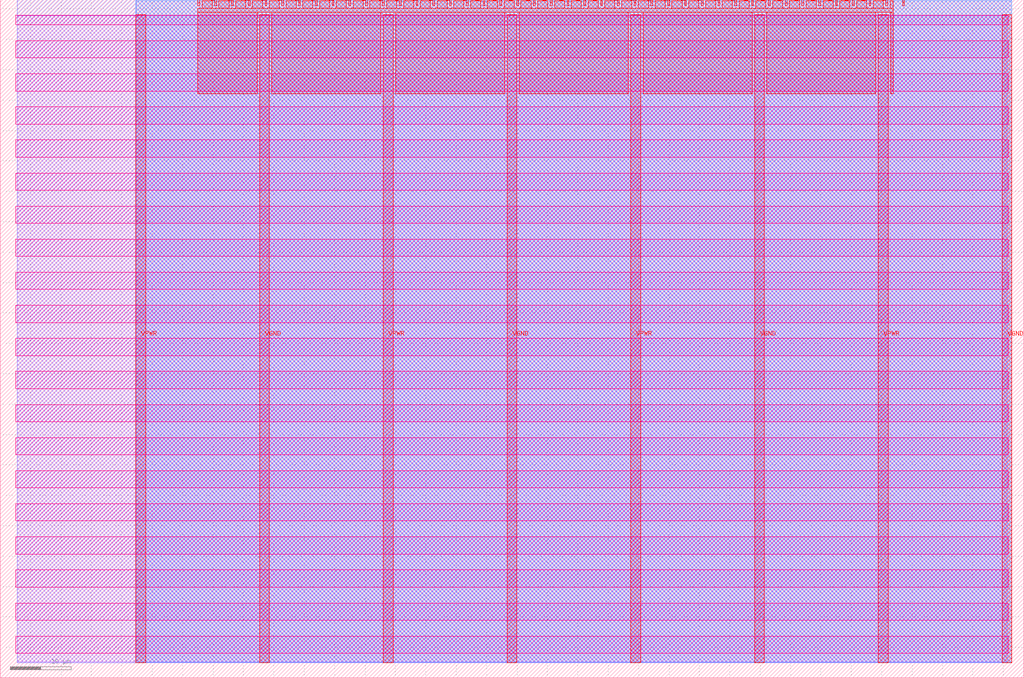
<source format=lef>
VERSION 5.7 ;
  NOWIREEXTENSIONATPIN ON ;
  DIVIDERCHAR "/" ;
  BUSBITCHARS "[]" ;
MACRO tt_um_njzhu_uart
  CLASS BLOCK ;
  FOREIGN tt_um_njzhu_uart ;
  ORIGIN 0.000 0.000 ;
  SIZE 168.360 BY 111.520 ;
  PIN VGND
    DIRECTION INOUT ;
    USE GROUND ;
    PORT
      LAYER met4 ;
        RECT 42.670 2.480 44.270 109.040 ;
    END
    PORT
      LAYER met4 ;
        RECT 83.380 2.480 84.980 109.040 ;
    END
    PORT
      LAYER met4 ;
        RECT 124.090 2.480 125.690 109.040 ;
    END
    PORT
      LAYER met4 ;
        RECT 164.800 2.480 166.400 109.040 ;
    END
  END VGND
  PIN VPWR
    DIRECTION INOUT ;
    USE POWER ;
    PORT
      LAYER met4 ;
        RECT 22.315 2.480 23.915 109.040 ;
    END
    PORT
      LAYER met4 ;
        RECT 63.025 2.480 64.625 109.040 ;
    END
    PORT
      LAYER met4 ;
        RECT 103.735 2.480 105.335 109.040 ;
    END
    PORT
      LAYER met4 ;
        RECT 144.445 2.480 146.045 109.040 ;
    END
  END VPWR
  PIN clk
    DIRECTION INPUT ;
    USE SIGNAL ;
    ANTENNAGATEAREA 0.852000 ;
    PORT
      LAYER met4 ;
        RECT 145.670 110.520 145.970 111.520 ;
    END
  END clk
  PIN ena
    DIRECTION INPUT ;
    USE SIGNAL ;
    PORT
      LAYER met4 ;
        RECT 148.430 110.520 148.730 111.520 ;
    END
  END ena
  PIN rst_n
    DIRECTION INPUT ;
    USE SIGNAL ;
    ANTENNAGATEAREA 0.196500 ;
    PORT
      LAYER met4 ;
        RECT 142.910 110.520 143.210 111.520 ;
    END
  END rst_n
  PIN ui_in[0]
    DIRECTION INPUT ;
    USE SIGNAL ;
    ANTENNAGATEAREA 0.213000 ;
    PORT
      LAYER met4 ;
        RECT 140.150 110.520 140.450 111.520 ;
    END
  END ui_in[0]
  PIN ui_in[1]
    DIRECTION INPUT ;
    USE SIGNAL ;
    PORT
      LAYER met4 ;
        RECT 137.390 110.520 137.690 111.520 ;
    END
  END ui_in[1]
  PIN ui_in[2]
    DIRECTION INPUT ;
    USE SIGNAL ;
    PORT
      LAYER met4 ;
        RECT 134.630 110.520 134.930 111.520 ;
    END
  END ui_in[2]
  PIN ui_in[3]
    DIRECTION INPUT ;
    USE SIGNAL ;
    PORT
      LAYER met4 ;
        RECT 131.870 110.520 132.170 111.520 ;
    END
  END ui_in[3]
  PIN ui_in[4]
    DIRECTION INPUT ;
    USE SIGNAL ;
    PORT
      LAYER met4 ;
        RECT 129.110 110.520 129.410 111.520 ;
    END
  END ui_in[4]
  PIN ui_in[5]
    DIRECTION INPUT ;
    USE SIGNAL ;
    PORT
      LAYER met4 ;
        RECT 126.350 110.520 126.650 111.520 ;
    END
  END ui_in[5]
  PIN ui_in[6]
    DIRECTION INPUT ;
    USE SIGNAL ;
    PORT
      LAYER met4 ;
        RECT 123.590 110.520 123.890 111.520 ;
    END
  END ui_in[6]
  PIN ui_in[7]
    DIRECTION INPUT ;
    USE SIGNAL ;
    PORT
      LAYER met4 ;
        RECT 120.830 110.520 121.130 111.520 ;
    END
  END ui_in[7]
  PIN uio_in[0]
    DIRECTION INPUT ;
    USE SIGNAL ;
    PORT
      LAYER met4 ;
        RECT 118.070 110.520 118.370 111.520 ;
    END
  END uio_in[0]
  PIN uio_in[1]
    DIRECTION INPUT ;
    USE SIGNAL ;
    PORT
      LAYER met4 ;
        RECT 115.310 110.520 115.610 111.520 ;
    END
  END uio_in[1]
  PIN uio_in[2]
    DIRECTION INPUT ;
    USE SIGNAL ;
    PORT
      LAYER met4 ;
        RECT 112.550 110.520 112.850 111.520 ;
    END
  END uio_in[2]
  PIN uio_in[3]
    DIRECTION INPUT ;
    USE SIGNAL ;
    PORT
      LAYER met4 ;
        RECT 109.790 110.520 110.090 111.520 ;
    END
  END uio_in[3]
  PIN uio_in[4]
    DIRECTION INPUT ;
    USE SIGNAL ;
    PORT
      LAYER met4 ;
        RECT 107.030 110.520 107.330 111.520 ;
    END
  END uio_in[4]
  PIN uio_in[5]
    DIRECTION INPUT ;
    USE SIGNAL ;
    PORT
      LAYER met4 ;
        RECT 104.270 110.520 104.570 111.520 ;
    END
  END uio_in[5]
  PIN uio_in[6]
    DIRECTION INPUT ;
    USE SIGNAL ;
    PORT
      LAYER met4 ;
        RECT 101.510 110.520 101.810 111.520 ;
    END
  END uio_in[6]
  PIN uio_in[7]
    DIRECTION INPUT ;
    USE SIGNAL ;
    PORT
      LAYER met4 ;
        RECT 98.750 110.520 99.050 111.520 ;
    END
  END uio_in[7]
  PIN uio_oe[0]
    DIRECTION OUTPUT TRISTATE ;
    USE SIGNAL ;
    PORT
      LAYER met4 ;
        RECT 51.830 110.520 52.130 111.520 ;
    END
  END uio_oe[0]
  PIN uio_oe[1]
    DIRECTION OUTPUT TRISTATE ;
    USE SIGNAL ;
    PORT
      LAYER met4 ;
        RECT 49.070 110.520 49.370 111.520 ;
    END
  END uio_oe[1]
  PIN uio_oe[2]
    DIRECTION OUTPUT TRISTATE ;
    USE SIGNAL ;
    PORT
      LAYER met4 ;
        RECT 46.310 110.520 46.610 111.520 ;
    END
  END uio_oe[2]
  PIN uio_oe[3]
    DIRECTION OUTPUT TRISTATE ;
    USE SIGNAL ;
    PORT
      LAYER met4 ;
        RECT 43.550 110.520 43.850 111.520 ;
    END
  END uio_oe[3]
  PIN uio_oe[4]
    DIRECTION OUTPUT TRISTATE ;
    USE SIGNAL ;
    PORT
      LAYER met4 ;
        RECT 40.790 110.520 41.090 111.520 ;
    END
  END uio_oe[4]
  PIN uio_oe[5]
    DIRECTION OUTPUT TRISTATE ;
    USE SIGNAL ;
    PORT
      LAYER met4 ;
        RECT 38.030 110.520 38.330 111.520 ;
    END
  END uio_oe[5]
  PIN uio_oe[6]
    DIRECTION OUTPUT TRISTATE ;
    USE SIGNAL ;
    PORT
      LAYER met4 ;
        RECT 35.270 110.520 35.570 111.520 ;
    END
  END uio_oe[6]
  PIN uio_oe[7]
    DIRECTION OUTPUT TRISTATE ;
    USE SIGNAL ;
    PORT
      LAYER met4 ;
        RECT 32.510 110.520 32.810 111.520 ;
    END
  END uio_oe[7]
  PIN uio_out[0]
    DIRECTION OUTPUT TRISTATE ;
    USE SIGNAL ;
    ANTENNADIFFAREA 0.795200 ;
    PORT
      LAYER met4 ;
        RECT 73.910 110.520 74.210 111.520 ;
    END
  END uio_out[0]
  PIN uio_out[1]
    DIRECTION OUTPUT TRISTATE ;
    USE SIGNAL ;
    PORT
      LAYER met4 ;
        RECT 71.150 110.520 71.450 111.520 ;
    END
  END uio_out[1]
  PIN uio_out[2]
    DIRECTION OUTPUT TRISTATE ;
    USE SIGNAL ;
    PORT
      LAYER met4 ;
        RECT 68.390 110.520 68.690 111.520 ;
    END
  END uio_out[2]
  PIN uio_out[3]
    DIRECTION OUTPUT TRISTATE ;
    USE SIGNAL ;
    PORT
      LAYER met4 ;
        RECT 65.630 110.520 65.930 111.520 ;
    END
  END uio_out[3]
  PIN uio_out[4]
    DIRECTION OUTPUT TRISTATE ;
    USE SIGNAL ;
    PORT
      LAYER met4 ;
        RECT 62.870 110.520 63.170 111.520 ;
    END
  END uio_out[4]
  PIN uio_out[5]
    DIRECTION OUTPUT TRISTATE ;
    USE SIGNAL ;
    PORT
      LAYER met4 ;
        RECT 60.110 110.520 60.410 111.520 ;
    END
  END uio_out[5]
  PIN uio_out[6]
    DIRECTION OUTPUT TRISTATE ;
    USE SIGNAL ;
    PORT
      LAYER met4 ;
        RECT 57.350 110.520 57.650 111.520 ;
    END
  END uio_out[6]
  PIN uio_out[7]
    DIRECTION OUTPUT TRISTATE ;
    USE SIGNAL ;
    PORT
      LAYER met4 ;
        RECT 54.590 110.520 54.890 111.520 ;
    END
  END uio_out[7]
  PIN uo_out[0]
    DIRECTION OUTPUT TRISTATE ;
    USE SIGNAL ;
    ANTENNAGATEAREA 0.126000 ;
    ANTENNADIFFAREA 0.891000 ;
    PORT
      LAYER met4 ;
        RECT 95.990 110.520 96.290 111.520 ;
    END
  END uo_out[0]
  PIN uo_out[1]
    DIRECTION OUTPUT TRISTATE ;
    USE SIGNAL ;
    ANTENNAGATEAREA 0.373500 ;
    ANTENNADIFFAREA 0.891000 ;
    PORT
      LAYER met4 ;
        RECT 93.230 110.520 93.530 111.520 ;
    END
  END uo_out[1]
  PIN uo_out[2]
    DIRECTION OUTPUT TRISTATE ;
    USE SIGNAL ;
    ANTENNAGATEAREA 0.373500 ;
    ANTENNADIFFAREA 0.891000 ;
    PORT
      LAYER met4 ;
        RECT 90.470 110.520 90.770 111.520 ;
    END
  END uo_out[2]
  PIN uo_out[3]
    DIRECTION OUTPUT TRISTATE ;
    USE SIGNAL ;
    ANTENNAGATEAREA 0.373500 ;
    ANTENNADIFFAREA 0.891000 ;
    PORT
      LAYER met4 ;
        RECT 87.710 110.520 88.010 111.520 ;
    END
  END uo_out[3]
  PIN uo_out[4]
    DIRECTION OUTPUT TRISTATE ;
    USE SIGNAL ;
    ANTENNAGATEAREA 0.373500 ;
    ANTENNADIFFAREA 0.891000 ;
    PORT
      LAYER met4 ;
        RECT 84.950 110.520 85.250 111.520 ;
    END
  END uo_out[4]
  PIN uo_out[5]
    DIRECTION OUTPUT TRISTATE ;
    USE SIGNAL ;
    ANTENNAGATEAREA 0.373500 ;
    ANTENNADIFFAREA 0.891000 ;
    PORT
      LAYER met4 ;
        RECT 82.190 110.520 82.490 111.520 ;
    END
  END uo_out[5]
  PIN uo_out[6]
    DIRECTION OUTPUT TRISTATE ;
    USE SIGNAL ;
    ANTENNAGATEAREA 0.373500 ;
    ANTENNADIFFAREA 0.891000 ;
    PORT
      LAYER met4 ;
        RECT 79.430 110.520 79.730 111.520 ;
    END
  END uo_out[6]
  PIN uo_out[7]
    DIRECTION OUTPUT TRISTATE ;
    USE SIGNAL ;
    ANTENNAGATEAREA 0.373500 ;
    ANTENNADIFFAREA 0.891000 ;
    PORT
      LAYER met4 ;
        RECT 76.670 110.520 76.970 111.520 ;
    END
  END uo_out[7]
  OBS
      LAYER nwell ;
        RECT 2.570 107.385 165.790 108.990 ;
        RECT 2.570 101.945 165.790 104.775 ;
        RECT 2.570 96.505 165.790 99.335 ;
        RECT 2.570 91.065 165.790 93.895 ;
        RECT 2.570 85.625 165.790 88.455 ;
        RECT 2.570 80.185 165.790 83.015 ;
        RECT 2.570 74.745 165.790 77.575 ;
        RECT 2.570 69.305 165.790 72.135 ;
        RECT 2.570 63.865 165.790 66.695 ;
        RECT 2.570 58.425 165.790 61.255 ;
        RECT 2.570 52.985 165.790 55.815 ;
        RECT 2.570 47.545 165.790 50.375 ;
        RECT 2.570 42.105 165.790 44.935 ;
        RECT 2.570 36.665 165.790 39.495 ;
        RECT 2.570 31.225 165.790 34.055 ;
        RECT 2.570 25.785 165.790 28.615 ;
        RECT 2.570 20.345 165.790 23.175 ;
        RECT 2.570 14.905 165.790 17.735 ;
        RECT 2.570 9.465 165.790 12.295 ;
        RECT 2.570 4.025 165.790 6.855 ;
      LAYER li1 ;
        RECT 2.760 2.635 165.600 108.885 ;
      LAYER met1 ;
        RECT 2.760 2.480 166.400 111.480 ;
      LAYER met2 ;
        RECT 22.345 2.535 166.370 111.510 ;
      LAYER met3 ;
        RECT 22.325 2.555 166.390 111.345 ;
      LAYER met4 ;
        RECT 33.210 110.120 34.870 111.345 ;
        RECT 35.970 110.120 37.630 111.345 ;
        RECT 38.730 110.120 40.390 111.345 ;
        RECT 41.490 110.120 43.150 111.345 ;
        RECT 44.250 110.120 45.910 111.345 ;
        RECT 47.010 110.120 48.670 111.345 ;
        RECT 49.770 110.120 51.430 111.345 ;
        RECT 52.530 110.120 54.190 111.345 ;
        RECT 55.290 110.120 56.950 111.345 ;
        RECT 58.050 110.120 59.710 111.345 ;
        RECT 60.810 110.120 62.470 111.345 ;
        RECT 63.570 110.120 65.230 111.345 ;
        RECT 66.330 110.120 67.990 111.345 ;
        RECT 69.090 110.120 70.750 111.345 ;
        RECT 71.850 110.120 73.510 111.345 ;
        RECT 74.610 110.120 76.270 111.345 ;
        RECT 77.370 110.120 79.030 111.345 ;
        RECT 80.130 110.120 81.790 111.345 ;
        RECT 82.890 110.120 84.550 111.345 ;
        RECT 85.650 110.120 87.310 111.345 ;
        RECT 88.410 110.120 90.070 111.345 ;
        RECT 91.170 110.120 92.830 111.345 ;
        RECT 93.930 110.120 95.590 111.345 ;
        RECT 96.690 110.120 98.350 111.345 ;
        RECT 99.450 110.120 101.110 111.345 ;
        RECT 102.210 110.120 103.870 111.345 ;
        RECT 104.970 110.120 106.630 111.345 ;
        RECT 107.730 110.120 109.390 111.345 ;
        RECT 110.490 110.120 112.150 111.345 ;
        RECT 113.250 110.120 114.910 111.345 ;
        RECT 116.010 110.120 117.670 111.345 ;
        RECT 118.770 110.120 120.430 111.345 ;
        RECT 121.530 110.120 123.190 111.345 ;
        RECT 124.290 110.120 125.950 111.345 ;
        RECT 127.050 110.120 128.710 111.345 ;
        RECT 129.810 110.120 131.470 111.345 ;
        RECT 132.570 110.120 134.230 111.345 ;
        RECT 135.330 110.120 136.990 111.345 ;
        RECT 138.090 110.120 139.750 111.345 ;
        RECT 140.850 110.120 142.510 111.345 ;
        RECT 143.610 110.120 145.270 111.345 ;
        RECT 146.370 110.120 146.905 111.345 ;
        RECT 32.495 109.440 146.905 110.120 ;
        RECT 32.495 96.055 42.270 109.440 ;
        RECT 44.670 96.055 62.625 109.440 ;
        RECT 65.025 96.055 82.980 109.440 ;
        RECT 85.380 96.055 103.335 109.440 ;
        RECT 105.735 96.055 123.690 109.440 ;
        RECT 126.090 96.055 144.045 109.440 ;
        RECT 146.445 96.055 146.905 109.440 ;
  END
END tt_um_njzhu_uart
END LIBRARY


</source>
